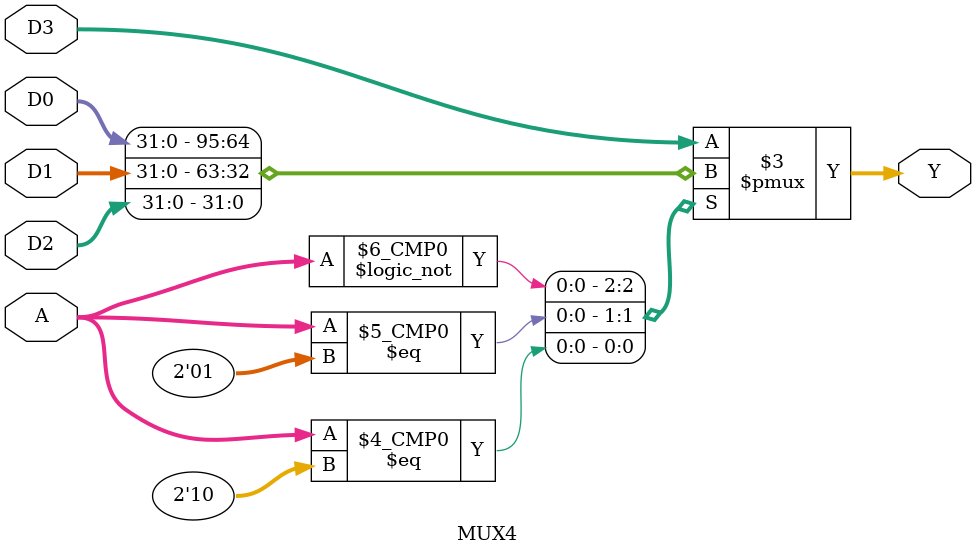
<source format=v>
`timescale 1ns / 1ps


module MUX4
#(
parameter WIDTH=32
)
(
input[WIDTH-1:0]                        D0,
input[WIDTH-1:0]                        D1,
input[WIDTH-1:0]                        D2,
input[WIDTH-1:0]                        D3,
input[1:0]                              A,
output reg[WIDTH-1:0]                   Y
    );
always@(*) begin
    case(A)
    2'b00:Y<=D0;
    2'b01:Y<=D1;
    2'b10:Y<=D2;
    default:Y<=D3;
    endcase
end
endmodule

</source>
